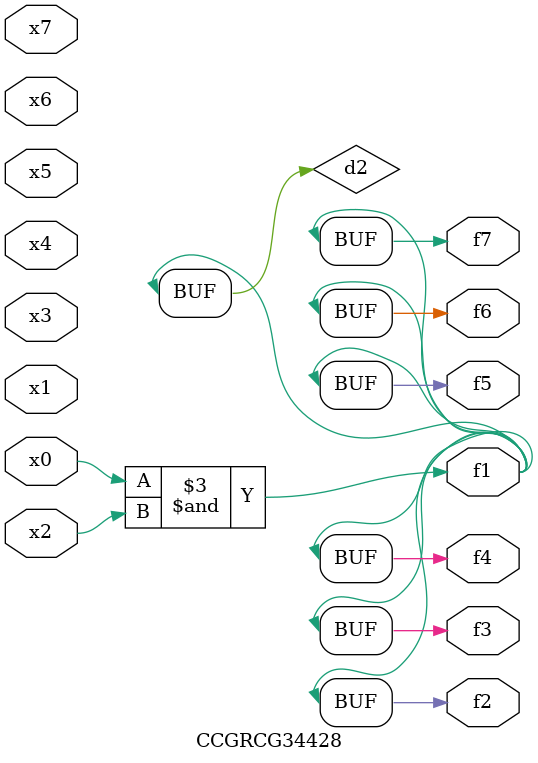
<source format=v>
module CCGRCG34428(
	input x0, x1, x2, x3, x4, x5, x6, x7,
	output f1, f2, f3, f4, f5, f6, f7
);

	wire d1, d2;

	nor (d1, x3, x6);
	and (d2, x0, x2);
	assign f1 = d2;
	assign f2 = d2;
	assign f3 = d2;
	assign f4 = d2;
	assign f5 = d2;
	assign f6 = d2;
	assign f7 = d2;
endmodule

</source>
